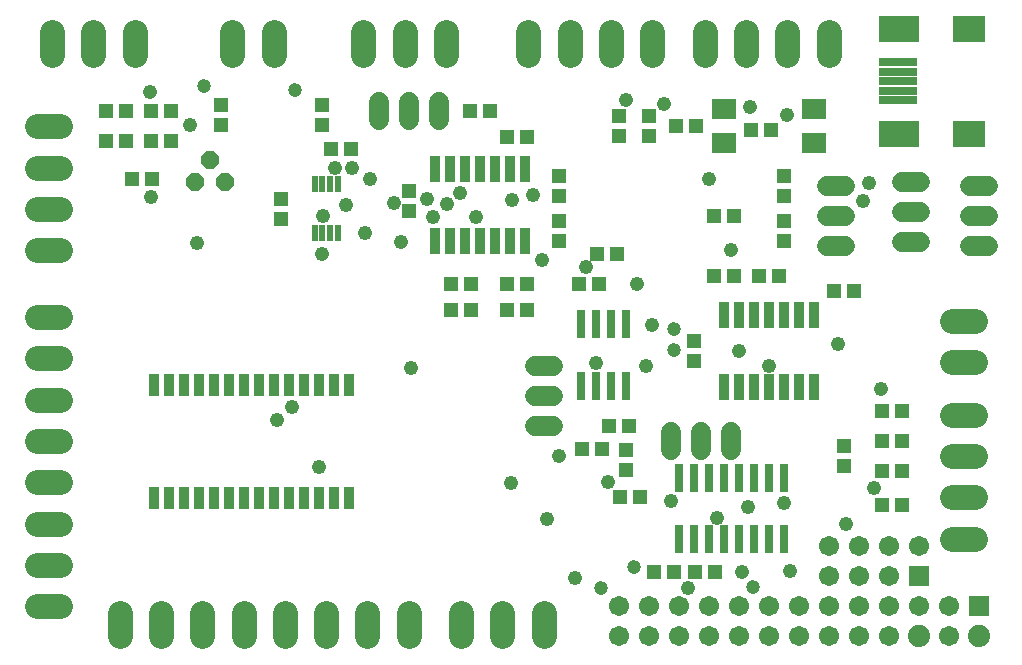
<source format=gts>
G75*
G70*
%OFA0B0*%
%FSLAX24Y24*%
%IPPOS*%
%LPD*%
%AMOC8*
5,1,8,0,0,1.08239X$1,22.5*
%
%ADD10R,0.0674X0.0674*%
%ADD11C,0.0740*%
%ADD12C,0.0674*%
%ADD14R,0.0316X0.0946*%
%ADD15R,0.0474X0.0513*%
%ADD16R,0.0340X0.0880*%
%ADD17R,0.0513X0.0474*%
%ADD18C,0.0848*%
%ADD19OC8,0.0600*%
%ADD20R,0.0790X0.0710*%
%ADD21R,0.0237X0.0552*%
%ADD22C,0.0680*%
%ADD24R,0.1064X0.0867*%
%ADD25R,0.1379X0.0867*%
%ADD26R,0.1300X0.0277*%
%ADD28R,0.0336X0.0749*%
%ADD29C,0.0480*%
%ADD30C,0.0476*%
%ADD31C,0.0470*%
D10*
X033676Y005637D03*
X035676Y004637D03*
D11*
X035676Y003637D03*
X033676Y003637D03*
D12*
X032676Y003637D03*
X031676Y003637D03*
X030676Y003637D03*
X029676Y003637D03*
X028676Y003637D03*
X027676Y003637D03*
X026676Y003637D03*
X025676Y003637D03*
X024676Y003637D03*
X023676Y003637D03*
X023676Y004637D03*
X024676Y004637D03*
X025676Y004637D03*
X026676Y004637D03*
X027676Y004637D03*
X028676Y004637D03*
X029676Y004637D03*
X030676Y004637D03*
X030676Y005637D03*
X031676Y005637D03*
X032676Y005637D03*
X032676Y004637D03*
X031676Y004637D03*
X033676Y004637D03*
X034676Y004637D03*
X034676Y003637D03*
X033676Y006637D03*
X032676Y006637D03*
X031676Y006637D03*
X030676Y006637D03*
D14*
X022426Y011988D03*
X022926Y011988D03*
X023426Y011988D03*
X023926Y011988D03*
X023926Y014035D03*
X023426Y014035D03*
X022926Y014035D03*
X022426Y014035D03*
X025676Y008910D03*
X026176Y008910D03*
X026676Y008910D03*
X027176Y008910D03*
X027676Y008910D03*
X028176Y008910D03*
X028676Y008910D03*
X029176Y008910D03*
X029176Y006863D03*
X028676Y006863D03*
X028176Y006863D03*
X027676Y006863D03*
X027176Y006863D03*
X026676Y006863D03*
X026176Y006863D03*
X025676Y006863D03*
D15*
X025511Y005762D03*
X024842Y005762D03*
X026217Y005762D03*
X026886Y005762D03*
X023926Y009177D03*
X023926Y009846D03*
X023136Y009887D03*
X022467Y009887D03*
X023342Y010637D03*
X024011Y010637D03*
X018761Y014512D03*
X018092Y014512D03*
X018092Y015387D03*
X018761Y015387D03*
X019967Y015387D03*
X020636Y015387D03*
X022342Y015387D03*
X023011Y015387D03*
X022967Y016387D03*
X023636Y016387D03*
X026842Y015637D03*
X027511Y015637D03*
X028342Y015637D03*
X029011Y015637D03*
X030842Y015137D03*
X031511Y015137D03*
X029176Y016802D03*
X029176Y017471D03*
X029176Y018302D03*
X029176Y018971D03*
X027511Y017637D03*
X026842Y017637D03*
X028092Y020512D03*
X028761Y020512D03*
X026261Y020637D03*
X025592Y020637D03*
X016676Y018471D03*
X016676Y017802D03*
X014761Y019887D03*
X014092Y019887D03*
X012426Y018221D03*
X012426Y017552D03*
X008761Y020137D03*
X008092Y020137D03*
X007261Y020137D03*
X006592Y020137D03*
X006592Y021137D03*
X007261Y021137D03*
X008092Y021137D03*
X008761Y021137D03*
X008136Y018887D03*
X007467Y018887D03*
X032467Y011137D03*
X033136Y011137D03*
X033136Y010137D03*
X032467Y010137D03*
X032467Y009137D03*
X033136Y009137D03*
X033136Y008012D03*
X032467Y008012D03*
D16*
X030176Y011927D03*
X029676Y011927D03*
X029176Y011927D03*
X028676Y011927D03*
X028176Y011927D03*
X027676Y011927D03*
X027176Y011927D03*
X027176Y014347D03*
X027676Y014347D03*
X028176Y014347D03*
X028676Y014347D03*
X029176Y014347D03*
X029676Y014347D03*
X030176Y014347D03*
X020551Y016802D03*
X020051Y016802D03*
X019551Y016802D03*
X019051Y016802D03*
X018551Y016802D03*
X018051Y016802D03*
X017551Y016802D03*
X017551Y019222D03*
X018051Y019222D03*
X018551Y019222D03*
X019051Y019222D03*
X019551Y019222D03*
X020051Y019222D03*
X020551Y019222D03*
D17*
X021676Y018971D03*
X021676Y018302D03*
X021676Y017471D03*
X021676Y016802D03*
X020636Y014512D03*
X019967Y014512D03*
X026176Y013471D03*
X026176Y012802D03*
X031176Y009971D03*
X031176Y009302D03*
X024386Y008262D03*
X023717Y008262D03*
X020636Y020262D03*
X019967Y020262D03*
X019386Y021137D03*
X018717Y021137D03*
X013801Y021346D03*
X013801Y020677D03*
X010426Y020677D03*
X010426Y021346D03*
X023676Y020971D03*
X023676Y020302D03*
X024676Y020302D03*
X024676Y020971D03*
D18*
X007042Y004396D02*
X007042Y003628D01*
X008420Y003628D02*
X008420Y004396D01*
X009798Y004396D02*
X009798Y003628D01*
X011176Y003628D02*
X011176Y004396D01*
X012542Y004396D02*
X012542Y003628D01*
X013920Y003628D02*
X013920Y004396D01*
X015298Y004396D02*
X015298Y003628D01*
X016676Y003628D02*
X016676Y004396D01*
X018426Y004396D02*
X018426Y003628D01*
X019804Y003628D02*
X019804Y004396D01*
X021182Y004396D02*
X021182Y003628D01*
X034792Y006887D02*
X035560Y006887D01*
X035560Y008265D02*
X034792Y008265D01*
X034792Y009643D02*
X035560Y009643D01*
X035560Y011021D02*
X034792Y011021D01*
X034792Y012762D02*
X035560Y012762D01*
X035560Y014140D02*
X034792Y014140D01*
X030676Y023003D02*
X030676Y023771D01*
X029298Y023771D02*
X029298Y023003D01*
X027920Y023003D02*
X027920Y023771D01*
X026542Y023771D02*
X026542Y023003D01*
X024801Y023003D02*
X024801Y023771D01*
X023423Y023771D02*
X023423Y023003D01*
X022045Y023003D02*
X022045Y023771D01*
X020667Y023771D02*
X020667Y023003D01*
X017926Y023003D02*
X017926Y023771D01*
X016548Y023771D02*
X016548Y023003D01*
X015170Y023003D02*
X015170Y023771D01*
X012176Y023771D02*
X012176Y023003D01*
X010798Y023003D02*
X010798Y023771D01*
X007551Y023771D02*
X007551Y023003D01*
X006173Y023003D02*
X006173Y023771D01*
X004795Y023771D02*
X004795Y023003D01*
X005060Y020637D02*
X004292Y020637D01*
X004292Y019259D02*
X005060Y019259D01*
X005060Y017881D02*
X004292Y017881D01*
X004292Y016503D02*
X005060Y016503D01*
X005060Y014271D02*
X004292Y014271D01*
X004292Y012893D02*
X005060Y012893D01*
X005060Y011515D02*
X004292Y011515D01*
X004292Y010137D02*
X005060Y010137D01*
X005060Y008762D02*
X004292Y008762D01*
X004292Y007384D02*
X005060Y007384D01*
X005060Y006006D02*
X004292Y006006D01*
X004292Y004628D02*
X005060Y004628D01*
D19*
X009551Y018762D03*
X010051Y019512D03*
X010551Y018762D03*
D20*
X027176Y020077D03*
X027176Y021197D03*
X030176Y021197D03*
X030176Y020077D03*
D21*
X014310Y018694D03*
X014054Y018694D03*
X013798Y018694D03*
X013542Y018694D03*
X013542Y017080D03*
X013798Y017080D03*
X014054Y017080D03*
X014310Y017080D03*
D22*
X015676Y020837D02*
X015676Y021437D01*
X016676Y021437D02*
X016676Y020837D01*
X017676Y020837D02*
X017676Y021437D01*
X030626Y018637D02*
X031226Y018637D01*
X031226Y017637D02*
X030626Y017637D01*
X030626Y016637D02*
X031226Y016637D01*
X033126Y016762D02*
X033726Y016762D01*
X035376Y016637D02*
X035976Y016637D01*
X035976Y017637D02*
X035376Y017637D01*
X033726Y017762D02*
X033126Y017762D01*
X033126Y018762D02*
X033726Y018762D01*
X035376Y018637D02*
X035976Y018637D01*
X027426Y010437D02*
X027426Y009837D01*
X026426Y009837D02*
X026426Y010437D01*
X025426Y010437D02*
X025426Y009837D01*
X021476Y010637D02*
X020876Y010637D01*
X020876Y011637D02*
X021476Y011637D01*
X021476Y012637D02*
X020876Y012637D01*
D24*
X035357Y020385D03*
X035357Y023889D03*
D25*
X033034Y023889D03*
X033034Y020385D03*
D26*
X032995Y021507D03*
X032995Y021822D03*
X032995Y022137D03*
X032995Y022452D03*
X032995Y022767D03*
D28*
X014676Y012019D03*
X014176Y012019D03*
X013676Y012019D03*
X013176Y012019D03*
X012676Y012019D03*
X012176Y012019D03*
X011676Y012019D03*
X011176Y012019D03*
X010676Y012019D03*
X010176Y012019D03*
X009676Y012019D03*
X009176Y012019D03*
X008676Y012019D03*
X008176Y012019D03*
X008176Y008255D03*
X008676Y008255D03*
X009176Y008255D03*
X009676Y008255D03*
X010176Y008255D03*
X010676Y008255D03*
X011176Y008255D03*
X011676Y008255D03*
X012176Y008255D03*
X012676Y008255D03*
X013176Y008255D03*
X013676Y008255D03*
X014176Y008255D03*
X014676Y008255D03*
D29*
X013676Y009262D03*
X012276Y010837D03*
X012776Y011262D03*
X016751Y012562D03*
X020076Y008737D03*
X021276Y007537D03*
X023326Y008762D03*
X025426Y008137D03*
X026951Y007587D03*
X028001Y007937D03*
X029176Y008062D03*
X031251Y007362D03*
X032176Y008587D03*
X029376Y005812D03*
X025976Y005237D03*
X022226Y005562D03*
X022926Y012737D03*
X024576Y012637D03*
X028676Y012637D03*
X030976Y013387D03*
X031826Y018137D03*
X032026Y018737D03*
X026676Y018887D03*
X022576Y015937D03*
X021126Y016187D03*
X018926Y017612D03*
X017951Y018037D03*
X018401Y018412D03*
X017276Y018212D03*
X017501Y017612D03*
X016176Y018087D03*
X015376Y018887D03*
X014776Y019237D03*
X014226Y019237D03*
X014601Y018012D03*
X013826Y017637D03*
X015226Y017087D03*
X020126Y018162D03*
X020826Y018337D03*
X009626Y016737D03*
X008076Y018287D03*
X009401Y020662D03*
D30*
X008051Y021762D03*
X016426Y016762D03*
X013801Y016387D03*
X024301Y015387D03*
X024801Y014012D03*
X027676Y013137D03*
X032426Y011887D03*
X027426Y016512D03*
X029301Y021012D03*
X028051Y021262D03*
X025176Y021387D03*
X023926Y021512D03*
X021676Y009637D03*
X027801Y005762D03*
D31*
X028151Y005287D03*
X024176Y005937D03*
X023101Y005237D03*
X025526Y013187D03*
X025526Y013887D03*
X012876Y021837D03*
X009851Y021962D03*
M02*

</source>
